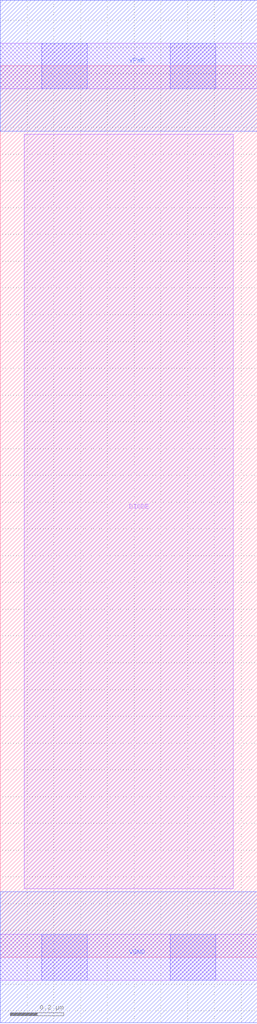
<source format=lef>
# Copyright 2020 The SkyWater PDK Authors
#
# Licensed under the Apache License, Version 2.0 (the "License");
# you may not use this file except in compliance with the License.
# You may obtain a copy of the License at
#
#     https://www.apache.org/licenses/LICENSE-2.0
#
# Unless required by applicable law or agreed to in writing, software
# distributed under the License is distributed on an "AS IS" BASIS,
# WITHOUT WARRANTIES OR CONDITIONS OF ANY KIND, either express or implied.
# See the License for the specific language governing permissions and
# limitations under the License.
#
# SPDX-License-Identifier: Apache-2.0

VERSION 5.7 ;
  NOWIREEXTENSIONATPIN ON ;
  DIVIDERCHAR "/" ;
  BUSBITCHARS "[]" ;
UNITS
  DATABASE MICRONS 200 ;
END UNITS
MACRO sky130_fd_sc_lp__diode_0
  CLASS CORE ANTENNACELL ;
  FOREIGN sky130_fd_sc_lp__diode_0 ;
  ORIGIN  0.000000  0.000000 ;
  SIZE  0.960000 BY  3.330000 ;
  SYMMETRY X Y R90 ;
  SITE unit ;
  PIN DIODE
    ANTENNADIFFAREA  0.434700 ;
    DIRECTION INOUT ;
    PORT
      LAYER li1 ;
        RECT 0.090000 0.255000 0.870000 3.075000 ;
    END
  END DIODE
  PIN VGND
    DIRECTION INOUT ;
    USE GROUND ;
    PORT
      LAYER met1 ;
        RECT 0.000000 -0.245000 0.960000 0.245000 ;
    END
  END VGND
  PIN VPWR
    DIRECTION INOUT ;
    USE POWER ;
    PORT
      LAYER met1 ;
        RECT 0.000000 3.085000 0.960000 3.575000 ;
    END
  END VPWR
  OBS
    LAYER li1 ;
      RECT 0.000000 -0.085000 0.960000 0.085000 ;
      RECT 0.000000  3.245000 0.960000 3.415000 ;
    LAYER mcon ;
      RECT 0.155000 -0.085000 0.325000 0.085000 ;
      RECT 0.155000  3.245000 0.325000 3.415000 ;
      RECT 0.635000 -0.085000 0.805000 0.085000 ;
      RECT 0.635000  3.245000 0.805000 3.415000 ;
  END
END sky130_fd_sc_lp__diode_0
END LIBRARY

</source>
